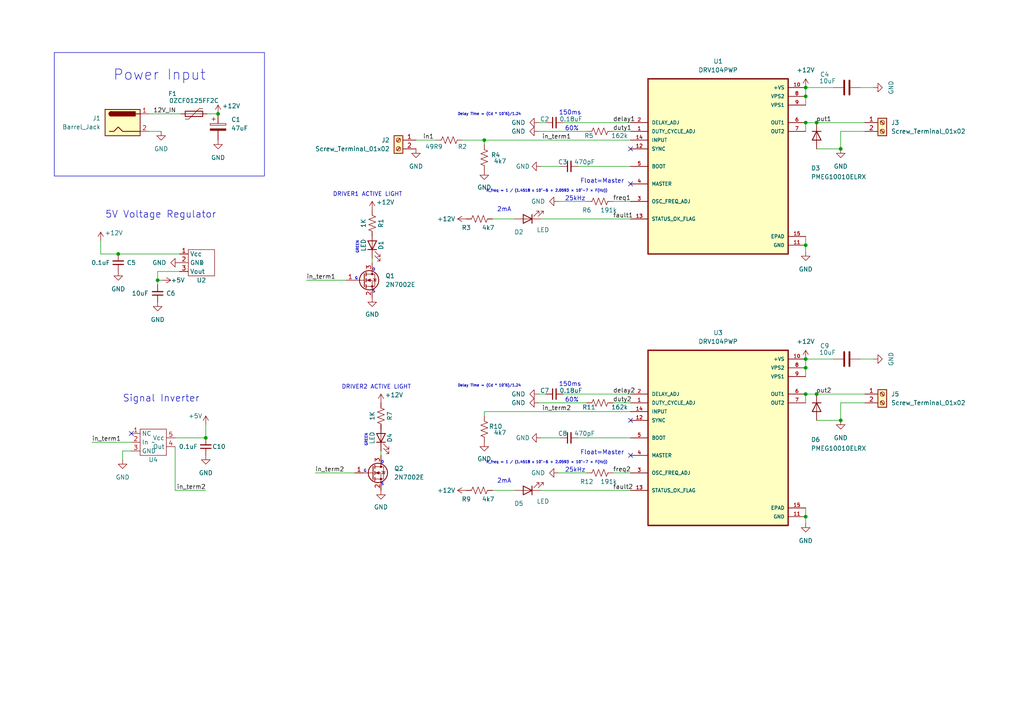
<source format=kicad_sch>
(kicad_sch (version 20230121) (generator eeschema)
  (paper "A4")
  (lib_symbols
    (symbol "Connector:Barrel_Jack" (pin_names (offset 1.016))
      (property "Reference" "J" (at 0 5.334 0))
      (property "Value" "Barrel_Jack" (at 0 -5.08 0))
      (symbol "Barrel_Jack_0_1"
        (rectangle (start -5.08 3.81) (end 5.08 -3.81) (stroke (width 0.254)) (fill (type background)))
        (arc (start -3.302 3.175) (mid -3.9343 2.54) (end -3.302 1.905) (stroke (width 0.254)))
        (arc (start -3.302 3.175) (mid -3.9343 2.54) (end -3.302 1.905) (stroke (width 0.254)) (fill (type outline)))
        (polyline (pts (xy 5.08 2.54) (xy 3.81 2.54)) (stroke (width 0.254)))
        (polyline (pts (xy -3.81 -2.54) (xy -2.54 -2.54) (xy -1.27 -1.27) (xy 0 -2.54) (xy 2.54 -2.54) (xy 5.08 -2.54)) (stroke (width 0.254)))
        (rectangle (start 3.683 3.175) (end -3.302 1.905) (stroke (width 0.254)) (fill (type outline)))
      )
      (symbol "Barrel_Jack_1_1"
        (pin passive line (at 7.62 2.54 180) (length 2.54) (name "~") (number "1"))
        (pin passive line (at 7.62 -2.54 180) (length 2.54) (name "~") (number "2"))
      )
    )
    (symbol "Connector:Screw_Terminal_01x02" (pin_names (offset 1.016) hide)
      (property "Reference" "J" (at 0 2.54 0))
      (property "Value" "Screw_Terminal_01x02" (at 0 -5.08 0))
      (symbol "Screw_Terminal_01x02_1_1"
        (rectangle (start -1.27 1.27) (end 1.27 -3.81) (stroke (width 0.254)) (fill (type background)))
        (circle (center 0 -2.54) (radius 0.635) (stroke (width 0.1524)))
        (polyline (pts (xy -0.5334 -2.2098) (xy 0.3302 -3.048)) (stroke (width 0.1524)))
        (polyline (pts (xy -0.5334 0.3302) (xy 0.3302 -0.508)) (stroke (width 0.1524)))
        (polyline (pts (xy -0.3556 -2.032) (xy 0.508 -2.8702)) (stroke (width 0.1524)))
        (polyline (pts (xy -0.3556 0.508) (xy 0.508 -0.3302)) (stroke (width 0.1524)))
        (circle (center 0 0) (radius 0.635) (stroke (width 0.1524)))
        (pin passive line (at -5.08 0 0) (length 3.81) (name "Pin_1") (number "1"))
        (pin passive line (at -5.08 -2.54 0) (length 3.81) (name "Pin_2") (number "2"))
      )
    )
    (symbol "DRV104PWP:DRV104PWP" (pin_names (offset 1.016))
      (property "Reference" "U" (at -20.32 26.4 0))
      (property "Value" "DRV104PWP" (at -20.32 -29.4 0))
      (symbol "DRV104PWP_0_0"
        (rectangle (start -20.32 -25.4) (end 20.32 25.4) (stroke (width 0.41)) (fill (type background)))
        (pin input line (at -25.4 10.16 0) (length 5.08) (name "DUTY_CYCLE_ADJ") (number "1"))
        (pin power_in line (at 25.4 22.86 180) (length 5.08) (name "+VS") (number "10"))
        (pin power_in line (at 25.4 -22.86 180) (length 5.08) (name "GND") (number "11"))
        (pin input line (at -25.4 5.08 0) (length 5.08) (name "SYNC") (number "12"))
        (pin bidirectional line (at -25.4 -15.24 0) (length 5.08) (name "STATUS_OK_FLAG") (number "13"))
        (pin input line (at -25.4 7.62 0) (length 5.08) (name "INPUT") (number "14"))
        (pin power_in line (at 25.4 -20.32 180) (length 5.08) (name "EPAD") (number "15"))
        (pin input line (at -25.4 12.7 0) (length 5.08) (name "DELAY_ADJ") (number "2"))
        (pin bidirectional line (at -25.4 -10.16 0) (length 5.08) (name "OSC_FREQ_ADJ") (number "3"))
        (pin bidirectional line (at -25.4 -5.08 0) (length 5.08) (name "MASTER") (number "4"))
        (pin bidirectional line (at -25.4 0 0) (length 5.08) (name "BOOT") (number "5"))
        (pin output line (at 25.4 12.7 180) (length 5.08) (name "OUT1") (number "6"))
        (pin output line (at 25.4 10.16 180) (length 5.08) (name "OUT2") (number "7"))
        (pin power_in line (at 25.4 20.32 180) (length 5.08) (name "VPS2") (number "8"))
        (pin power_in line (at 25.4 17.78 180) (length 5.08) (name "VPS1") (number "9"))
      )
    )
    (symbol "Device:C" (pin_numbers hide) (pin_names (offset 0.254))
      (property "Reference" "C" (at 0.635 2.54 0))
      (property "Value" "C" (at 0.635 -2.54 0))
      (symbol "C_0_1"
        (polyline (pts (xy -2.032 -0.762) (xy 2.032 -0.762)) (stroke (width 0.508)))
        (polyline (pts (xy -2.032 0.762) (xy 2.032 0.762)) (stroke (width 0.508)))
      )
      (symbol "C_1_1"
        (pin passive line (at 0 3.81 270) (length 2.794) (name "~") (number "1"))
        (pin passive line (at 0 -3.81 90) (length 2.794) (name "~") (number "2"))
      )
    )
    (symbol "Device:C_Polarized" (pin_numbers hide) (pin_names (offset 0.254))
      (property "Reference" "C" (at 0.635 2.54 0))
      (property "Value" "C_Polarized" (at 0.635 -2.54 0))
      (symbol "C_Polarized_0_1"
        (rectangle (start -2.286 0.508) (end 2.286 1.016))
        (polyline (pts (xy -1.778 2.286) (xy -0.762 2.286)))
        (polyline (pts (xy -1.27 2.794) (xy -1.27 1.778)))
        (rectangle (start 2.286 -0.508) (end -2.286 -1.016) (fill (type outline)))
      )
      (symbol "C_Polarized_1_1"
        (pin passive line (at 0 3.81 270) (length 2.794) (name "~") (number "1"))
        (pin passive line (at 0 -3.81 90) (length 2.794) (name "~") (number "2"))
      )
    )
    (symbol "Device:C_Small" (pin_numbers hide) (pin_names (offset 0.254) hide)
      (property "Reference" "C" (at 0.254 1.778 0))
      (property "Value" "C_Small" (at 0.254 -2.032 0))
      (symbol "C_Small_0_1"
        (polyline (pts (xy -1.524 -0.508) (xy 1.524 -0.508)) (stroke (width 0.3302)))
        (polyline (pts (xy -1.524 0.508) (xy 1.524 0.508)) (stroke (width 0.3048)))
      )
      (symbol "C_Small_1_1"
        (pin passive line (at 0 2.54 270) (length 2.032) (name "~") (number "1"))
        (pin passive line (at 0 -2.54 90) (length 2.032) (name "~") (number "2"))
      )
    )
    (symbol "Device:D" (pin_numbers hide) (pin_names (offset 1.016) hide)
      (property "Reference" "D" (at 0 2.54 0))
      (property "Value" "D" (at 0 -2.54 0))
      (symbol "D_0_1"
        (polyline (pts (xy -1.27 1.27) (xy -1.27 -1.27)) (stroke (width 0.254)))
        (polyline (pts (xy 1.27 0) (xy -1.27 0)))
        (polyline (pts (xy 1.27 1.27) (xy 1.27 -1.27) (xy -1.27 0) (xy 1.27 1.27)) (stroke (width 0.254)))
      )
      (symbol "D_1_1"
        (pin passive line (at -3.81 0 0) (length 2.54) (name "K") (number "1"))
        (pin passive line (at 3.81 0 180) (length 2.54) (name "A") (number "2"))
      )
    )
    (symbol "Device:LED" (pin_numbers hide) (pin_names (offset 1.016) hide)
      (property "Reference" "D" (at 0 2.54 0))
      (property "Value" "LED" (at 0 -2.54 0))
      (symbol "LED_0_1"
        (polyline (pts (xy -1.27 -1.27) (xy -1.27 1.27)) (stroke (width 0.254)))
        (polyline (pts (xy -1.27 0) (xy 1.27 0)))
        (polyline (pts (xy 1.27 -1.27) (xy 1.27 1.27) (xy -1.27 0) (xy 1.27 -1.27)) (stroke (width 0.254)))
        (polyline (pts (xy -3.048 -0.762) (xy -4.572 -2.286) (xy -3.81 -2.286) (xy -4.572 -2.286) (xy -4.572 -1.524)))
        (polyline (pts (xy -1.778 -0.762) (xy -3.302 -2.286) (xy -2.54 -2.286) (xy -3.302 -2.286) (xy -3.302 -1.524)))
      )
      (symbol "LED_1_1"
        (pin passive line (at -3.81 0 0) (length 2.54) (name "K") (number "1"))
        (pin passive line (at 3.81 0 180) (length 2.54) (name "A") (number "2"))
      )
    )
    (symbol "Device:Polyfuse" (pin_numbers hide) (pin_names (offset 0))
      (property "Reference" "F" (at -2.54 0 90))
      (property "Value" "Polyfuse" (at 2.54 0 90))
      (symbol "Polyfuse_0_1"
        (rectangle (start -0.762 2.54) (end 0.762 -2.54) (stroke (width 0.254)))
        (polyline (pts (xy 0 2.54) (xy 0 -2.54)))
        (polyline (pts (xy -1.524 2.54) (xy -1.524 1.524) (xy 1.524 -1.524) (xy 1.524 -2.54)))
      )
      (symbol "Polyfuse_1_1"
        (pin passive line (at 0 3.81 270) (length 1.27) (name "~") (number "1"))
        (pin passive line (at 0 -3.81 90) (length 1.27) (name "~") (number "2"))
      )
    )
    (symbol "Device:R_US" (pin_numbers hide) (pin_names (offset 0))
      (property "Reference" "R" (at 2.54 0 90))
      (property "Value" "R_US" (at -2.54 0 90))
      (symbol "R_US_0_1"
        (polyline (pts (xy 0 -2.286) (xy 0 -2.54)))
        (polyline (pts (xy 0 2.286) (xy 0 2.54)))
        (polyline (pts (xy 0 -0.762) (xy 1.016 -1.143) (xy 0 -1.524) (xy -1.016 -1.905) (xy 0 -2.286)))
        (polyline (pts (xy 0 0.762) (xy 1.016 0.381) (xy 0 0) (xy -1.016 -0.381) (xy 0 -0.762)))
        (polyline (pts (xy 0 2.286) (xy 1.016 1.905) (xy 0 1.524) (xy -1.016 1.143) (xy 0 0.762)))
      )
      (symbol "R_US_1_1"
        (pin passive line (at 0 3.81 270) (length 1.27) (name "~") (number "1"))
        (pin passive line (at 0 -3.81 90) (length 1.27) (name "~") (number "2"))
      )
    )
    (symbol "Inverters:SN74AHCT1G04"
      (property "Reference" "U" (at 0 -5.08 0))
      (symbol "SN74AHCT1G04_0_1"
        (polyline (pts (xy 0 3.81) (xy -3.81 3.81) (xy -3.81 -3.81) (xy 3.81 -3.81) (xy 3.81 3.81) (xy 0 3.81)))
      )
      (symbol "SN74AHCT1G04_1_1"
        (pin input line (at -6.35 2.54 0) (length 2.54) (name "NC") (number "1"))
        (pin input line (at -6.35 0 0) (length 2.54) (name "In") (number "2"))
        (pin input line (at -6.35 -2.54 0) (length 2.54) (name "GND") (number "3"))
        (pin input line (at 6.35 -1.27 180) (length 2.54) (name "Out") (number "4"))
        (pin input line (at 6.35 1.27 180) (length 2.54) (name "Vcc") (number "5"))
      )
    )
    (symbol "Regulator_Linear:BD750L2FP3-CE"
      (property "Reference" "U" (at 5.08 0 0))
      (symbol "BD750L2FP3-CE_0_1"
        (polyline (pts (xy -3.81 -2.54) (xy -3.81 0)))
        (polyline (pts (xy 3.81 -2.54) (xy 3.81 0)))
        (polyline (pts (xy -3.81 -2.54) (xy -3.81 -3.81) (xy 3.81 -3.81) (xy 3.81 -2.54)))
        (polyline (pts (xy 3.81 0) (xy 3.81 3.81) (xy 0 3.81) (xy -3.81 3.81) (xy -3.81 0)))
      )
      (symbol "BD750L2FP3-CE_1_1"
        (pin input line (at -2.54 -6.35 90) (length 2.54) (name "Vcc") (number "1"))
        (pin input line (at 0 -6.35 90) (length 2.54) (name "GND") (number "2"))
        (pin input line (at 2.54 -6.35 90) (length 2.54) (name "Vout") (number "3"))
      )
    )
    (symbol "Transistor_FET:2N7002E" (pin_names hide)
      (property "Reference" "Q" (at 5.08 1.905 0))
      (property "Value" "2N7002E" (at 5.08 0 0))
      (symbol "2N7002E_0_1"
        (polyline (pts (xy 0.254 0) (xy -2.54 0)))
        (polyline (pts (xy 0.254 1.905) (xy 0.254 -1.905)) (stroke (width 0.254)))
        (polyline (pts (xy 0.762 -1.27) (xy 0.762 -2.286)) (stroke (width 0.254)))
        (polyline (pts (xy 0.762 0.508) (xy 0.762 -0.508)) (stroke (width 0.254)))
        (polyline (pts (xy 0.762 2.286) (xy 0.762 1.27)) (stroke (width 0.254)))
        (polyline (pts (xy 2.54 2.54) (xy 2.54 1.778)))
        (polyline (pts (xy 2.54 -2.54) (xy 2.54 0) (xy 0.762 0)))
        (polyline (pts (xy 0.762 -1.778) (xy 3.302 -1.778) (xy 3.302 1.778) (xy 0.762 1.778)))
        (polyline (pts (xy 1.016 0) (xy 2.032 0.381) (xy 2.032 -0.381) (xy 1.016 0)) (fill (type outline)))
        (polyline (pts (xy 2.794 0.508) (xy 2.921 0.381) (xy 3.683 0.381) (xy 3.81 0.254)))
        (polyline (pts (xy 3.302 0.381) (xy 2.921 -0.254) (xy 3.683 -0.254) (xy 3.302 0.381)))
        (circle (center 1.651 0) (radius 2.794) (stroke (width 0.254)))
        (circle (center 2.54 -1.778) (radius 0.254) (fill (type outline)))
        (circle (center 2.54 1.778) (radius 0.254) (fill (type outline)))
      )
      (symbol "2N7002E_1_1"
        (pin input line (at -5.08 0 0) (length 2.54) (name "G") (number "1"))
        (pin passive line (at 2.54 -5.08 90) (length 2.54) (name "S") (number "2"))
        (pin passive line (at 2.54 5.08 270) (length 2.54) (name "D") (number "3"))
      )
    )
    (symbol "power:+12V" (power) (pin_names (offset 0))
      (property "Value" "+12V" (at 0 3.556 0))
      (symbol "+12V_0_1"
        (polyline (pts (xy -0.762 1.27) (xy 0 2.54)))
        (polyline (pts (xy 0 0) (xy 0 2.54)))
        (polyline (pts (xy 0 2.54) (xy 0.762 1.27)))
      )
      (symbol "+12V_1_1"
        (pin power_in line (at 0 0 90) (length 0) hide (name "+12V") (number "1"))
      )
    )
    (symbol "power:+5V" (power) (pin_names (offset 0))
      (property "Value" "+5V" (at 0 3.556 0))
      (symbol "+5V_0_1"
        (polyline (pts (xy -0.762 1.27) (xy 0 2.54)))
        (polyline (pts (xy 0 0) (xy 0 2.54)))
        (polyline (pts (xy 0 2.54) (xy 0.762 1.27)))
      )
      (symbol "+5V_1_1"
        (pin power_in line (at 0 0 90) (length 0) hide (name "+5V") (number "1"))
      )
    )
    (symbol "power:GND" (power) (pin_names (offset 0))
      (property "Value" "GND" (at 0 -3.81 0))
      (symbol "GND_0_1"
        (polyline (pts (xy 0 0) (xy 0 -1.27) (xy 1.27 -1.27) (xy 0 -2.54) (xy -1.27 -1.27) (xy 0 -1.27)))
      )
      (symbol "GND_1_1"
        (pin power_in line (at 0 0 270) (length 0) hide (name "GND") (number "1"))
      )
    )
  )
  (junction (at 236.855 114.3))
  (junction (at 233.68 114.3))
  (junction (at 233.68 27.94))
  (junction (at 233.68 149.86))
  (junction (at 233.68 71.12))
  (junction (at 140.462 40.64))
  (junction (at 233.68 104.14))
  (junction (at 63.246 33.02))
  (junction (at 236.855 35.56))
  (junction (at 243.84 121.92))
  (junction (at 233.68 25.4))
  (junction (at 34.29 73.66))
  (junction (at 59.69 127))
  (junction (at 233.68 106.68))
  (junction (at 233.68 35.56))
  (junction (at 45.72 81.28))
  (junction (at 243.84 43.18))
  (no_connect (at 182.88 53.34))
  (no_connect (at 182.88 43.18))
  (no_connect (at 182.88 121.92))
  (no_connect (at 182.88 132.08))
  (no_connect (at 38.1 125.73))
  (wire (pts (xy 156.845 63.5) (xy 182.88 63.5)))
  (wire (pts (xy 140.462 119.38) (xy 182.88 119.38)))
  (wire (pts (xy 156.21 116.84) (xy 170.18 116.84)))
  (wire (pts (xy 45.72 81.28) (xy 46.99 81.28)))
  (wire (pts (xy 177.8 137.16) (xy 182.88 137.16)))
  (wire (pts (xy 110.49 130.81) (xy 110.49 132.08)))
  (wire (pts (xy 120.65 40.64) (xy 126.492 40.64)))
  (wire (pts (xy 134.112 40.64) (xy 140.462 40.64)))
  (wire (pts (xy 142.875 63.5) (xy 149.225 63.5)))
  (wire (pts (xy 162.56 127) (xy 156.845 127)))
  (wire (pts (xy 233.68 104.14) (xy 233.68 106.68)))
  (wire (pts (xy 140.462 119.38) (xy 140.462 120.65)))
  (wire (pts (xy 177.8 58.42) (xy 182.88 58.42)))
  (wire (pts (xy 233.68 68.58) (xy 233.68 71.12)))
  (wire (pts (xy 233.68 71.12) (xy 233.68 73.025)))
  (wire (pts (xy 45.72 81.28) (xy 45.72 78.74)))
  (wire (pts (xy 233.68 147.32) (xy 233.68 149.86)))
  (wire (pts (xy 233.68 114.3) (xy 236.855 114.3)))
  (wire (pts (xy 107.95 74.93) (xy 107.95 76.2)))
  (wire (pts (xy 156.845 142.24) (xy 182.88 142.24)))
  (wire (pts (xy 161.925 137.16) (xy 170.18 137.16)))
  (wire (pts (xy 29.21 69.85) (xy 29.21 73.66)))
  (wire (pts (xy 236.855 114.3) (xy 250.825 114.3)))
  (wire (pts (xy 167.64 48.26) (xy 182.88 48.26)))
  (wire (pts (xy 177.8 38.1) (xy 182.88 38.1)))
  (wire (pts (xy 249.428 104.14) (xy 253.365 104.14)))
  (wire (pts (xy 233.68 25.4) (xy 233.68 27.94)))
  (wire (pts (xy 88.9 81.28) (xy 100.33 81.28)))
  (wire (pts (xy 156.21 38.1) (xy 170.18 38.1)))
  (wire (pts (xy 162.56 48.26) (xy 156.845 48.26)))
  (wire (pts (xy 35.56 133.35) (xy 35.56 130.81)))
  (wire (pts (xy 161.925 58.42) (xy 170.18 58.42)))
  (wire (pts (xy 167.64 127) (xy 182.88 127)))
  (wire (pts (xy 43.18 33.02) (xy 52.451 33.02)))
  (wire (pts (xy 243.84 116.84) (xy 243.84 121.92)))
  (wire (pts (xy 29.21 73.66) (xy 34.29 73.66)))
  (wire (pts (xy 233.68 35.56) (xy 233.68 38.1)))
  (wire (pts (xy 43.18 38.1) (xy 46.736 38.1)))
  (wire (pts (xy 158.242 35.56) (xy 156.21 35.56)))
  (wire (pts (xy 26.67 128.27) (xy 38.1 128.27)))
  (wire (pts (xy 241.808 25.4) (xy 233.68 25.4)))
  (wire (pts (xy 163.322 35.56) (xy 182.88 35.56)))
  (wire (pts (xy 45.72 82.55) (xy 45.72 81.28)))
  (wire (pts (xy 140.462 40.64) (xy 182.88 40.64)))
  (wire (pts (xy 249.428 25.4) (xy 253.365 25.4)))
  (wire (pts (xy 243.84 38.1) (xy 243.84 43.18)))
  (wire (pts (xy 177.8 116.84) (xy 182.88 116.84)))
  (wire (pts (xy 158.242 114.3) (xy 156.21 114.3)))
  (wire (pts (xy 233.68 106.68) (xy 233.68 109.22)))
  (wire (pts (xy 243.84 116.84) (xy 250.825 116.84)))
  (wire (pts (xy 50.8 142.24) (xy 50.8 129.54)))
  (wire (pts (xy 241.808 104.14) (xy 233.68 104.14)))
  (wire (pts (xy 233.68 114.3) (xy 233.68 116.84)))
  (wire (pts (xy 34.29 73.66) (xy 52.07 73.66)))
  (wire (pts (xy 59.69 123.19) (xy 59.69 127)))
  (wire (pts (xy 60.071 33.02) (xy 63.246 33.02)))
  (wire (pts (xy 233.68 27.94) (xy 233.68 30.48)))
  (wire (pts (xy 45.72 78.74) (xy 52.07 78.74)))
  (wire (pts (xy 142.875 142.24) (xy 149.225 142.24)))
  (wire (pts (xy 236.855 35.56) (xy 250.825 35.56)))
  (wire (pts (xy 243.84 43.18) (xy 236.855 43.18)))
  (wire (pts (xy 107.95 68.58) (xy 107.95 67.31)))
  (wire (pts (xy 140.462 40.64) (xy 140.462 41.91)))
  (wire (pts (xy 243.84 121.92) (xy 236.855 121.92)))
  (wire (pts (xy 50.8 127) (xy 59.69 127)))
  (wire (pts (xy 163.322 114.3) (xy 182.88 114.3)))
  (wire (pts (xy 233.68 149.86) (xy 233.68 151.765)))
  (wire (pts (xy 50.8 142.24) (xy 59.69 142.24)))
  (wire (pts (xy 35.56 130.81) (xy 38.1 130.81)))
  (wire (pts (xy 243.84 38.1) (xy 250.825 38.1)))
  (wire (pts (xy 233.68 35.56) (xy 236.855 35.56)))
  (wire (pts (xy 110.49 124.46) (xy 110.49 123.19)))
  (wire (pts (xy 91.44 137.16) (xy 102.87 137.16)))
  (rectangle (start 15.748 15.24) (end 76.708 51.054))
  (text "5V Voltage Regulator" (at 30.48 63.5 0) (effects (font (size 2 2)) (justify left bottom)))
  (text "Float=Master" (at 168.275 132.08 0) (effects (font (size 1.27 1.27)) (justify left bottom)))
  (text "2mA" (at 144.145 61.595 0) (effects (font (size 1.27 1.27)) (justify left bottom)))
  (text "60%" (at 163.83 116.84 0) (effects (font (size 1.27 1.27)) (justify left bottom)))
  (text "G" (at 102.87 81.28 0) (effects (font (size 0.75 0.75)) (justify left bottom)))
  (text "D" (at 107.95 78.74 0) (effects (font (size 0.75 0.75)) (justify left bottom)))
  (text "Power Input" (at 32.766 23.622 0) (effects (font (size 3 3)) (justify left bottom)))
  (text "Delay Time = (Cd * 10^6)/1.24" (at 132.715 112.395 0) (effects (font (size 0.75 0.75)) (justify left bottom)))
  (text "150ms" (at 162.052 112.268 0) (effects (font (size 1.27 1.27)) (justify left bottom)))
  (text "25kHz" (at 163.83 137.16 0) (effects (font (size 1.27 1.27)) (justify left bottom)))
  (text "150ms" (at 162.052 33.528 0) (effects (font (size 1.27 1.27)) (justify left bottom)))
  (text "60%" (at 163.83 38.1 0) (effects (font (size 1.27 1.27)) (justify left bottom)))
  (text "2mA" (at 144.145 140.335 0) (effects (font (size 1.27 1.27)) (justify left bottom)))
  (text "DRIVER2 ACTIVE LIGHT" (at 99.06 113.03 0) (effects (font (size 1.2 1.2)) (justify left bottom)))
  (text "GREEN" (at 104.14 73.66 90) (effects (font (size 0.75 0.75)) (justify left bottom)))
  (text "S" (at 110.49 140.97 0) (effects (font (size 0.75 0.75)) (justify left bottom)))
  (text "Signal Inverter" (at 35.56 116.84 0) (effects (font (size 2 2)) (justify left bottom)))
  (text "DRIVER1 ACTIVE LIGHT" (at 96.52 57.15 0) (effects (font (size 1.2 1.2)) (justify left bottom)))
  (text "G" (at 105.41 137.16 0) (effects (font (size 0.75 0.75)) (justify left bottom)))
  (text "D" (at 110.49 134.62 0) (effects (font (size 0.75 0.75)) (justify left bottom)))
  (text "Float=Master" (at 168.275 53.34 0) (effects (font (size 1.27 1.27)) (justify left bottom)))
  (text "25kHz" (at 163.83 58.42 0) (effects (font (size 1.27 1.27)) (justify left bottom)))
  (text "R_freq = 1 / (1.4518 x 10^−6 + 2.0593 × 10^−7 × F(Hz))" (at 140.97 134.62 0) (effects (font (size 0.75 0.75)) (justify left bottom)))
  (text "Delay Time = (Cd * 10^6)/1.24" (at 132.715 33.655 0) (effects (font (size 0.75 0.75)) (justify left bottom)))
  (text "S" (at 107.95 85.09 0) (effects (font (size 0.75 0.75)) (justify left bottom)))
  (text "R_freq = 1 / (1.4518 x 10^−6 + 2.0593 × 10^−7 × F(Hz))" (at 140.97 55.88 0) (effects (font (size 0.75 0.75)) (justify left bottom)))
  (text "GREEN" (at 106.68 129.54 90) (effects (font (size 0.75 0.75)) (justify left bottom)))
  (label "out1" (at 236.728 35.56 0))
  (label "fault2" (at 177.8 142.24 0))
  (label "in_term1" (at 157.226 40.64 0))
  (label "duty1" (at 177.8 38.1 0))
  (label "in1" (at 122.682 40.64 0))
  (label "duty2" (at 177.8 116.84 0))
  (label "out2" (at 236.728 114.3 0))
  (label "delay2" (at 177.8 114.3 0))
  (label "in_term2" (at 59.69 142.24 180))
  (label "fault1" (at 177.8 63.5 0))
  (label "freq1" (at 177.8 58.42 0))
  (label "in_term1" (at 26.67 128.27 0))
  (label "delay1" (at 177.8 35.56 0))
  (label "12V_IN" (at 44.45 33.02 0))
  (label "in_term1" (at 88.9 81.28 0))
  (label "in_term2" (at 157.226 119.38 0))
  (label "in_term2" (at 91.44 137.16 0))
  (label "freq2" (at 177.8 137.16 0))
  (symbol (lib_id "power:GND") (at 45.72 87.63 0) (unit 1)
    (property "Reference" "#PWR019" (effects hide))
    (property "Value" "GND" (at 45.72 92.71 0))
  )
  (symbol (lib_id "power:GND") (at 140.462 128.27 0) (unit 1)
    (property "Reference" "#PWR026" (effects hide))
    (property "Value" "GND" (at 140.462 133.096 0))
  )
  (symbol (lib_id "Device:C_Small") (at 165.1 48.26 90) (unit 1)
    (property "Reference" "C3" (at 163.195 46.99 90))
    (property "Value" "470pF" (at 169.545 46.99 90))
    (property "Footprint" "Capacitor_SMD:C_0805_2012Metric" (effects hide))
    (property "PartNum" "C0805C471K5RAC7800" (effects hide))
    (property "Mfg" "Kemet" (effects hide))
  )
  (symbol (lib_id "power:+12V") (at 110.49 116.84 0) (unit 1)
    (property "Reference" "#PWR020" (effects hide))
    (property "Value" "+12V" (at 114.3 114.554 0))
  )
  (symbol (lib_id "power:GND") (at 63.246 40.64 0) (unit 1)
    (property "Reference" "#PWR03" (effects hide))
    (property "Value" "GND" (at 63.246 45.72 0))
  )
  (symbol (lib_id "power:GND") (at 46.736 38.1 0) (unit 1)
    (property "Reference" "#PWR01" (effects hide))
    (property "Value" "GND" (at 46.736 43.18 0))
  )
  (symbol (lib_id "Device:LED") (at 153.035 142.24 180) (unit 1)
    (property "Reference" "D5" (at 150.495 146.05 0))
    (property "Value" "LED" (at 157.48 145.415 0))
    (property "Footprint" "LED_SMD:LED_0805_2012Metric" (effects hide))
    (property "PartNum" "150080RS75000" (effects hide))
    (property "Mfg" "Wurth" (effects hide))
  )
  (symbol (lib_id "power:GND") (at 156.21 116.84 270) (unit 1)
    (property "Reference" "#PWR028" (effects hide))
    (property "Value" "GND" (at 152.4 116.84 90) (effects (justify right)))
  )
  (symbol (lib_id "Device:R_US") (at 139.065 63.5 90) (unit 1)
    (property "Reference" "R3" (at 135.255 66.04 90))
    (property "Value" "4k7" (at 141.605 66.04 90))
    (property "Footprint" "Resistor_SMD:R_0805_2012Metric" (effects hide))
    (property "PartNum" "RC0805JR-074K7L" (effects hide))
    (property "Mfg" "Yageo" (effects hide))
  )
  (symbol (lib_id "power:+12V") (at 233.68 104.14 0) (unit 1)
    (property "Reference" "#PWR031" (effects hide))
    (property "Value" "+12V" (at 233.68 99.06 0))
  )
  (symbol (lib_id "power:GND") (at 156.21 114.3 270) (unit 1)
    (property "Reference" "#PWR027" (effects hide))
    (property "Value" "GND" (at 152.4 114.3 90) (effects (justify right)))
  )
  (symbol (lib_id "Connector:Screw_Terminal_01x02") (at 255.905 114.3 0) (unit 1)
    (property "Reference" "J5" (at 258.445 114.3 0) (effects (justify left)))
    (property "Value" "Screw_Terminal_01x02" (at 258.445 116.84 0) (effects (justify left)))
    (property "Footprint" "TerminalBlock:TerminalBlock_bornier-2_P5.08mm" (effects hide))
    (property "PartNum" "282837-2" (effects hide))
    (property "Mfg" "TE" (effects hide))
  )
  (symbol (lib_id "power:GND") (at 253.365 25.4 90) (unit 1)
    (property "Reference" "#PWR016" (effects hide))
    (property "Value" "GND" (at 258.445 25.4 0))
  )
  (symbol (lib_id "Device:R_US") (at 173.99 116.84 90) (unit 1)
    (property "Reference" "R11" (at 170.815 118.11 90))
    (property "Value" "162k" (at 179.705 118.11 90))
    (property "Footprint" "Resistor_SMD:R_0805_2012Metric" (effects hide))
    (property "PartNum" "RC0805FR-07162KL" (effects hide))
    (property "Mfg" "Yageo" (effects hide))
  )
  (symbol (lib_id "power:GND") (at 59.69 132.08 0) (unit 1)
    (property "Reference" "#PWR035" (effects hide))
    (property "Value" "GND" (at 59.69 137.16 0))
  )
  (symbol (lib_id "Device:D") (at 236.855 39.37 270) (unit 1)
    (property "Reference" "D3" (at 235.204 48.768 90) (effects (justify left)))
    (property "Value" "PMEG10010ELRX" (at 235.204 51.308 90) (effects (justify left)))
    (property "Footprint" "Diode_SMD:Nexperia_CFP3_SOD-123W" (effects hide))
    (property "Sim.Device" "D" (effects hide))
    (property "Sim.Pins" "1=K 2=A" (effects hide))
    (property "PartNum" "PMEG10010ELRX" (effects hide))
    (property "Mfg" "Nexperia" (effects hide))
  )
  (symbol (lib_id "power:+12V") (at 135.255 63.5 90) (unit 1)
    (property "Reference" "#PWR07" (effects hide))
    (property "Value" "+12V" (at 132.08 63.5 90) (effects (justify left)))
  )
  (symbol (lib_id "Device:C_Small") (at 34.29 76.2 180) (unit 1)
    (property "Reference" "C5" (at 38.1 76.2 0))
    (property "Value" "0.1uF" (at 29.21 76.2 0))
    (property "Footprint" "Capacitor_SMD:C_0805_2012Metric" (effects hide))
    (property "PartNum" "08053C184KAT2A" (effects hide))
    (property "Mfg" "KYOCERA AVX" (effects hide))
  )
  (symbol (lib_id "Device:C_Small") (at 45.72 85.09 180) (unit 1)
    (property "Reference" "C6" (at 49.53 85.09 0))
    (property "Value" "10uF" (at 40.64 85.09 0))
    (property "Footprint" "Capacitor_SMD:C_1210_3225Metric" (effects hide))
    (property "PartNum" "08053C184KAT2A" (effects hide))
    (property "Mfg" "KYOCERA AVX" (effects hide))
  )
  (symbol (lib_id "power:GND") (at 233.68 73.025 0) (unit 1)
    (property "Reference" "#PWR014" (effects hide))
    (property "Value" "GND" (at 233.68 78.105 0))
  )
  (symbol (lib_id "Device:C_Small") (at 160.782 35.56 90) (unit 1)
    (property "Reference" "C2" (at 157.988 34.544 90))
    (property "Value" "0.18uF" (at 165.608 34.544 90))
    (property "Footprint" "Capacitor_SMD:C_0805_2012Metric" (effects hide))
    (property "PartNum" "08053C184KAT2A" (effects hide))
    (property "Mfg" "KYOCERA AVX" (effects hide))
  )
  (symbol (lib_id "power:GND") (at 52.07 76.2 270) (unit 1)
    (property "Reference" "#PWR021" (effects hide))
    (property "Value" "GND" (at 48.26 76.2 90) (effects (justify right)))
  )
  (symbol (lib_id "Inverters:SN74AHCT1G04") (at 44.45 128.27 0) (unit 1)
    (property "Reference" "U4" (at 44.45 133.35 0))
    (property "Value" "~" (at 44.45 128.27 0))
    (property "Footprint" "Package_TO_SOT_SMD:SOT-23-5" (effects hide))
  )
  (symbol (lib_id "power:GND") (at 156.21 38.1 270) (unit 1)
    (property "Reference" "#PWR010" (effects hide))
    (property "Value" "GND" (at 152.4 38.1 90) (effects (justify right)))
  )
  (symbol (lib_id "Device:R_US") (at 139.065 142.24 90) (unit 1)
    (property "Reference" "R9" (at 135.255 144.78 90))
    (property "Value" "4k7" (at 141.605 144.78 90))
    (property "Footprint" "Resistor_SMD:R_0805_2012Metric" (effects hide))
    (property "PartNum" "RC0805JR-074K7L" (effects hide))
    (property "Mfg" "Yageo" (effects hide))
  )
  (symbol (lib_id "Device:LED") (at 110.49 127 90) (unit 1)
    (property "Reference" "D4" (at 113.03 127 0))
    (property "Value" "LED" (at 107.95 127 0))
    (property "Footprint" "LED_SMD:LED_0805_2012Metric" (effects hide))
    (property "PartNum" "150080RS75000" (effects hide))
    (property "Mfg" "Wurth" (effects hide))
  )
  (symbol (lib_id "Device:LED") (at 153.035 63.5 180) (unit 1)
    (property "Reference" "D2" (at 150.495 67.31 0))
    (property "Value" "LED" (at 157.48 66.675 0))
    (property "Footprint" "LED_SMD:LED_0805_2012Metric" (effects hide))
    (property "PartNum" "150080RS75000" (effects hide))
    (property "Mfg" "Wurth" (effects hide))
  )
  (symbol (lib_id "Device:LED") (at 107.95 71.12 90) (unit 1)
    (property "Reference" "D1" (at 110.49 71.12 0))
    (property "Value" "LED" (at 105.41 71.12 0))
    (property "Footprint" "LED_SMD:LED_0805_2012Metric" (effects hide))
    (property "PartNum" "150080RS75000" (effects hide))
    (property "Mfg" "Wurth" (effects hide))
  )
  (symbol (lib_id "Device:R_US") (at 173.99 58.42 90) (unit 1)
    (property "Reference" "R6" (at 170.18 60.96 90))
    (property "Value" "191k" (at 176.53 60.96 90))
    (property "Footprint" "Resistor_SMD:R_0805_2012Metric" (effects hide))
    (property "PartNum" "RC0805FR-07191KL" (effects hide))
    (property "Mfg" "Yageo" (effects hide))
  )
  (symbol (lib_id "Device:D") (at 236.855 118.11 270) (unit 1)
    (property "Reference" "D6" (at 235.204 127.508 90) (effects (justify left)))
    (property "Value" "PMEG10010ELRX" (at 235.204 130.048 90) (effects (justify left)))
    (property "Footprint" "Diode_SMD:Nexperia_CFP3_SOD-123W" (effects hide))
    (property "Sim.Device" "D" (effects hide))
    (property "Sim.Pins" "1=K 2=A" (effects hide))
    (property "PartNum" "PMEG10010ELRX" (effects hide))
    (property "Mfg" "Nexperia" (effects hide))
  )
  (symbol (lib_id "power:GND") (at 110.49 142.24 0) (unit 1)
    (property "Reference" "#PWR023" (effects hide))
    (property "Value" "GND" (at 110.49 147.066 0))
  )
  (symbol (lib_id "Device:R_US") (at 173.99 137.16 90) (unit 1)
    (property "Reference" "R12" (at 170.18 139.7 90))
    (property "Value" "191k" (at 176.53 139.7 90))
    (property "Footprint" "Resistor_SMD:R_0805_2012Metric" (effects hide))
    (property "PartNum" "RC0805FR-07191KL" (effects hide))
    (property "Mfg" "Yageo" (effects hide))
  )
  (symbol (lib_id "power:GND") (at 107.95 86.36 0) (unit 1)
    (property "Reference" "#PWR05" (effects hide))
    (property "Value" "GND" (at 107.95 91.186 0))
  )
  (symbol (lib_id "Device:C_Small") (at 160.782 114.3 90) (unit 1)
    (property "Reference" "C7" (at 157.988 113.284 90))
    (property "Value" "0.18uF" (at 165.608 113.284 90))
    (property "Footprint" "Capacitor_SMD:C_0805_2012Metric" (effects hide))
    (property "PartNum" "08053C184KAT2A" (effects hide))
    (property "Mfg" "KYOCERA AVX" (effects hide))
  )
  (symbol (lib_id "power:+12V") (at 107.95 60.96 0) (unit 1)
    (property "Reference" "#PWR04" (effects hide))
    (property "Value" "+12V" (at 111.76 58.674 0))
  )
  (symbol (lib_id "Device:C") (at 245.618 104.14 90) (unit 1)
    (property "Reference" "C9" (at 240.538 100.33 90) (effects (justify left)))
    (property "Value" "10uF" (at 242.443 102.235 90) (effects (justify left)))
    (property "Footprint" "Capacitor_SMD:C_1210_3225Metric" (effects hide))
    (property "PartNum" "CL32A106KLULNNE" (effects hide))
    (property "Mfg" "Samsung Electro-Mechanics" (effects hide))
  )
  (symbol (lib_id "Transistor_FET:2N7002E") (at 105.41 81.28 0) (unit 1)
    (property "Reference" "Q1" (at 111.76 80.01 0) (effects (justify left)))
    (property "Value" "2N7002E" (at 111.76 82.55 0) (effects (justify left)))
    (property "Footprint" "Package_TO_SOT_SMD:SOT-23" (effects hide))
    (property "Datasheet" "http://www.diodes.com/assets/Datasheets/ds30376.pdf" (effects hide))
  )
  (symbol (lib_id "Device:C") (at 245.618 25.4 90) (unit 1)
    (property "Reference" "C4" (at 240.538 21.59 90) (effects (justify left)))
    (property "Value" "10uF" (at 242.443 23.495 90) (effects (justify left)))
    (property "Footprint" "Capacitor_SMD:C_1210_3225Metric" (effects hide))
    (property "PartNum" "CL32A106KLULNNE" (effects hide))
    (property "Mfg" "Samsung Electro-Mechanics" (effects hide))
  )
  (symbol (lib_id "Device:R_US") (at 140.462 124.46 180) (unit 1)
    (property "Reference" "R10" (at 143.764 123.698 0))
    (property "Value" "4k7" (at 145.034 125.476 0))
    (property "Footprint" "Resistor_SMD:R_0805_2012Metric" (effects hide))
    (property "PartNum" "RC0805JR-074K7L" (effects hide))
    (property "Mfg" "Yageo" (effects hide))
  )
  (symbol (lib_id "power:GND") (at 161.925 137.16 270) (unit 1)
    (property "Reference" "#PWR030" (effects hide))
    (property "Value" "GND" (at 158.115 137.16 90) (effects (justify right)))
  )
  (symbol (lib_id "Device:R_US") (at 140.462 45.72 180) (unit 1)
    (property "Reference" "R4" (at 143.764 44.958 0))
    (property "Value" "4k7" (at 145.034 46.736 0))
    (property "Footprint" "Resistor_SMD:R_0805_2012Metric" (effects hide))
    (property "PartNum" "RC0805JR-074K7L" (effects hide))
    (property "Mfg" "Yageo" (effects hide))
  )
  (symbol (lib_id "power:GND") (at 243.84 121.92 0) (unit 1)
    (property "Reference" "#PWR033" (effects hide))
    (property "Value" "GND" (at 243.84 127 0))
  )
  (symbol (lib_id "Device:C_Polarized") (at 63.246 36.83 0) (unit 1)
    (property "Reference" "C1" (at 67.056 34.671 0) (effects (justify left)))
    (property "Value" "47uF" (at 67.056 37.211 0) (effects (justify left)))
    (property "Footprint" "Capacitor_Tantalum_SMD:CP_EIA-7343-43_Kemet-X_Pad2.25x2.55mm_HandSolder" (effects hide))
    (property "PartNum" "T491X476K035AT" (effects hide))
    (property "Mfg" "Kemet" (effects hide))
  )
  (symbol (lib_id "Device:R_US") (at 173.99 38.1 90) (unit 1)
    (property "Reference" "R5" (at 170.815 39.37 90))
    (property "Value" "162k" (at 179.705 39.37 90))
    (property "Footprint" "Resistor_SMD:R_0805_2012Metric" (effects hide))
    (property "PartNum" "RC0805FR-07162KL" (effects hide))
    (property "Mfg" "Yageo" (effects hide))
  )
  (symbol (lib_id "power:GND") (at 233.68 151.765 0) (unit 1)
    (property "Reference" "#PWR032" (effects hide))
    (property "Value" "GND" (at 233.68 156.845 0))
  )
  (symbol (lib_id "power:GND") (at 156.845 48.26 270) (unit 1)
    (property "Reference" "#PWR011" (effects hide))
    (property "Value" "GND" (at 153.67 48.26 90) (effects (justify right)))
  )
  (symbol (lib_id "power:+12V") (at 29.21 69.85 0) (unit 1)
    (property "Reference" "#PWR017" (effects hide))
    (property "Value" "+12V" (at 33.02 67.564 0))
  )
  (symbol (lib_id "Device:R_US") (at 107.95 64.77 0) (unit 1)
    (property "Reference" "R1" (at 110.49 64.77 90))
    (property "Value" "1K" (at 105.41 64.77 90))
    (property "Footprint" "Resistor_SMD:R_0805_2012Metric" (effects hide))
    (property "PartNum" "RC0805FR-07162KL" (effects hide))
    (property "Mfg" "Yageo" (effects hide))
  )
  (symbol (lib_id "power:GND") (at 243.84 43.18 0) (unit 1)
    (property "Reference" "#PWR015" (effects hide))
    (property "Value" "GND" (at 243.84 48.26 0))
  )
  (symbol (lib_id "Transistor_FET:2N7002E") (at 107.95 137.16 0) (unit 1)
    (property "Reference" "Q2" (at 114.3 135.89 0) (effects (justify left)))
    (property "Value" "2N7002E" (at 114.3 138.43 0) (effects (justify left)))
    (property "Footprint" "Package_TO_SOT_SMD:SOT-23" (effects hide))
    (property "Datasheet" "http://www.diodes.com/assets/Datasheets/ds30376.pdf" (effects hide))
  )
  (symbol (lib_id "power:GND") (at 156.845 127 270) (unit 1)
    (property "Reference" "#PWR029" (effects hide))
    (property "Value" "GND" (at 153.67 127 90) (effects (justify right)))
  )
  (symbol (lib_id "Device:Polyfuse") (at 56.261 33.02 90) (unit 1)
    (property "Reference" "F1" (at 50.038 27.178 90))
    (property "Value" "0ZCF0125FF2C" (at 56.261 29.21 90))
    (property "Footprint" "Fuse:Fuse_2920_7451Metric" (effects hide))
    (property "PartNum" "0ZCF0125FF2C" (effects hide))
    (property "Mfg" "Bel Fuse" (effects hide))
  )
  (symbol (lib_id "Device:R_US") (at 130.302 40.64 90) (unit 1)
    (property "Reference" "R2" (at 134.112 42.545 90))
    (property "Value" "49R9" (at 125.857 42.545 90))
    (property "Footprint" "Resistor_SMD:R_0805_2012Metric" (effects hide))
    (property "PartNum" "RC0805FR-0749R9L" (effects hide))
    (property "Mfg" "Yageo" (effects hide))
  )
  (symbol (lib_id "power:+12V") (at 135.255 142.24 90) (unit 1)
    (property "Reference" "#PWR025" (effects hide))
    (property "Value" "+12V" (at 132.08 142.24 90) (effects (justify left)))
  )
  (symbol (lib_id "power:+12V") (at 233.68 25.4 0) (unit 1)
    (property "Reference" "#PWR013" (effects hide))
    (property "Value" "+12V" (at 233.68 20.32 0))
  )
  (symbol (lib_id "power:GND") (at 34.29 78.74 0) (unit 1)
    (property "Reference" "#PWR018" (effects hide))
    (property "Value" "GND" (at 34.29 83.82 0))
  )
  (symbol (lib_id "DRV104PWP:DRV104PWP") (at 208.28 48.26 0) (unit 1)
    (property "Reference" "U1" (at 208.28 17.78 0))
    (property "Value" "DRV104PWP" (at 208.28 20.32 0))
    (property "Footprint" "Solenoid_Driver:IC_TPS27S100BPWPR" (effects hide))
    (property "PartNum" "DRV104PWP" (effects hide))
    (property "Mfg" "TI" (effects hide))
  )
  (symbol (lib_id "power:GND") (at 253.365 104.14 90) (unit 1)
    (property "Reference" "#PWR034" (effects hide))
    (property "Value" "GND" (at 258.445 104.14 0))
  )
  (symbol (lib_id "power:GND") (at 156.21 35.56 270) (unit 1)
    (property "Reference" "#PWR09" (effects hide))
    (property "Value" "GND" (at 152.4 35.56 90) (effects (justify right)))
  )
  (symbol (lib_id "Regulator_Linear:BD750L2FP3-CE") (at 58.42 76.2 270) (unit 1)
    (property "Reference" "U2" (at 58.42 81.28 90))
    (property "Value" "~" (at 58.42 76.2 0))
    (property "Footprint" "Package_TO_SOT_SMD:SOT-223-3_TabPin2" (effects hide))
  )
  (symbol (lib_id "Connector:Barrel_Jack") (at 35.56 35.56 0) (unit 1)
    (property "Reference" "J1" (at 29.21 34.29 0) (effects (justify right)))
    (property "Value" "Barrel_Jack" (at 29.21 36.83 0) (effects (justify right)))
    (property "Footprint" "Connector_BarrelJack:BarrelJack_CUI_PJ-063AH_Horizontal" (effects hide))
    (property "PartNum" "PJ-063AH" (effects hide))
    (property "Mfg" "CUI" (effects hide))
  )
  (symbol (lib_id "power:+5V") (at 46.99 81.28 270) (unit 1)
    (property "Reference" "#PWR022" (effects hide))
    (property "Value" "+5V" (at 49.53 81.28 90) (effects (justify left)))
  )
  (symbol (lib_id "power:GND") (at 120.65 43.18 0) (unit 1)
    (property "Reference" "#PWR06" (effects hide))
    (property "Value" "GND" (at 120.65 48.26 0))
  )
  (symbol (lib_id "power:+5V") (at 59.69 123.19 0) (unit 1)
    (property "Reference" "#PWR036" (effects hide))
    (property "Value" "+5V" (at 54.61 120.65 0) (effects (justify left)))
  )
  (symbol (lib_id "power:GND") (at 161.925 58.42 270) (unit 1)
    (property "Reference" "#PWR012" (effects hide))
    (property "Value" "GND" (at 158.115 58.42 90) (effects (justify right)))
  )
  (symbol (lib_id "Device:C_Small") (at 59.69 129.54 180) (unit 1)
    (property "Reference" "C10" (at 63.5 129.54 0))
    (property "Value" "0.1uF" (at 54.61 129.54 0))
    (property "Footprint" "Capacitor_SMD:C_0805_2012Metric" (effects hide))
    (property "PartNum" "08053C184KAT2A" (effects hide))
    (property "Mfg" "KYOCERA AVX" (effects hide))
  )
  (symbol (lib_id "Connector:Screw_Terminal_01x02") (at 255.905 35.56 0) (unit 1)
    (property "Reference" "J3" (at 258.445 35.56 0) (effects (justify left)))
    (property "Value" "Screw_Terminal_01x02" (at 258.445 38.1 0) (effects (justify left)))
    (property "Footprint" "TerminalBlock:TerminalBlock_bornier-2_P5.08mm" (effects hide))
    (property "PartNum" "282837-2" (effects hide))
    (property "Mfg" "TE" (effects hide))
  )
  (symbol (lib_id "DRV104PWP:DRV104PWP") (at 208.28 127 0) (unit 1)
    (property "Reference" "U3" (at 208.28 96.52 0))
    (property "Value" "DRV104PWP" (at 208.28 99.06 0))
    (property "Footprint" "Solenoid_Driver:IC_TPS27S100BPWPR" (effects hide))
    (property "PartNum" "DRV104PWP" (effects hide))
    (property "Mfg" "TI" (effects hide))
  )
  (symbol (lib_id "Device:C_Small") (at 165.1 127 90) (unit 1)
    (property "Reference" "C8" (at 163.195 125.73 90))
    (property "Value" "470pF" (at 169.545 125.73 90))
    (property "Footprint" "Capacitor_SMD:C_0805_2012Metric" (effects hide))
    (property "PartNum" "C0805C471K5RAC7800" (effects hide))
    (property "Mfg" "Kemet" (effects hide))
  )
  (symbol (lib_id "power:+12V") (at 63.246 33.02 0) (unit 1)
    (property "Reference" "#PWR02" (effects hide))
    (property "Value" "+12V" (at 67.056 30.734 0))
  )
  (symbol (lib_id "Connector:Screw_Terminal_01x02") (at 115.57 40.64 0) (mirror y) (unit 1)
    (property "Reference" "J2" (at 113.03 40.64 0) (effects (justify left)))
    (property "Value" "Screw_Terminal_01x02" (at 113.03 43.18 0) (effects (justify left)))
    (property "Footprint" "TerminalBlock:TerminalBlock_bornier-2_P5.08mm" (effects hide))
    (property "PartNum" "282837-2" (effects hide))
    (property "Mfg" "TE" (effects hide))
  )
  (symbol (lib_id "power:GND") (at 140.462 49.53 0) (unit 1)
    (property "Reference" "#PWR08" (effects hide))
    (property "Value" "GND" (at 140.462 54.356 0))
  )
  (symbol (lib_id "Device:R_US") (at 110.49 120.65 0) (unit 1)
    (property "Reference" "R7" (at 113.03 120.65 90))
    (property "Value" "1K" (at 107.95 120.65 90))
    (property "Footprint" "Resistor_SMD:R_0805_2012Metric" (effects hide))
    (property "PartNum" "RC0805FR-07162KL" (effects hide))
    (property "Mfg" "Yageo" (effects hide))
  )
  (symbol (lib_id "power:GND") (at 35.56 133.35 0) (unit 1)
    (property "Reference" "#PWR024" (effects hide))
    (property "Value" "GND" (at 35.56 138.43 0))
  )
)
</source>
